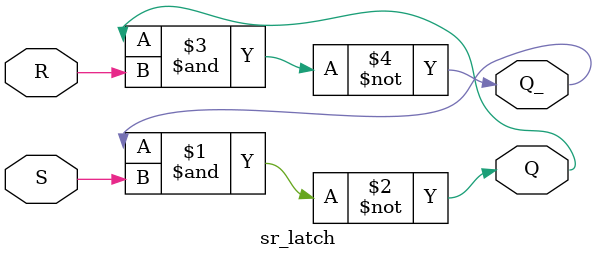
<source format=v>

module sr_latch(S, R, Q, Q_);
	input S, R;
	output Q, Q_;
	nand a3(Q, Q_, S);
	nand a4(Q_, Q, R);
endmodule
</source>
